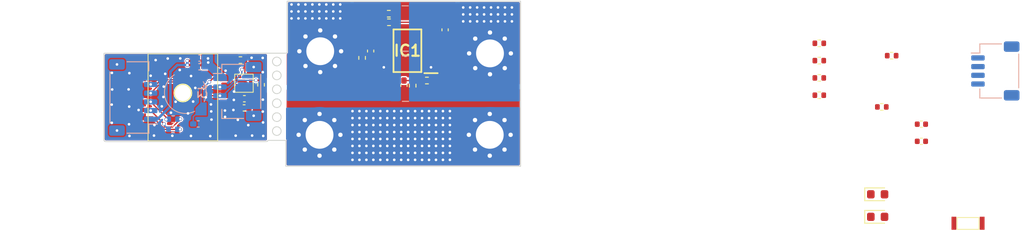
<source format=kicad_pcb>
(kicad_pcb (version 20240108) (generator "pcbnew") (generator_version "8.0")
  (layers (0 "F.Cu" signal) (31 "B.Cu" signal) (34 "B.Paste" user) (35 "F.Paste" user) (36 "B.SilkS" user "B.Silkscreen") (37 "F.SilkS" user "F.Silkscreen") (38 "B.Mask" user) (39 "F.Mask" user) (44 "Edge.Cuts" user))
  (net 0 "")
  (net 1 "GND")
  (net 2 "Net-(Tarvos1-MODE_1)")
  (net 3 "Net-(D1-A)")
  (net 4 "Net-(D2-A)")
  (net 5 "RX")
  (net 6 "TX")
  (net 7 "RX_GPS")
  (net 8 "TX_GPS")
  (net 9 "SCL_P")
  (net 10 "SDA_P")
  (net 12 "Net-(BT1-+)")
  (net 17 "Net-(Tarvos1-TX_IND)")
  (net 18 "Net-(Tarvos1-RX_IND)")
  (net 19 "Net-(Tarvos1-UTXD)")
  (net 20 "Net-(Tarvos1-URXD)")
  (net 21 "Net-(Tarvos1-BOOT)")
  (net 22 "VDD_IO")
  (net 23 "ADC1_IN2_CURR")
  (net 24 "+5V")
  (net 25 "ADC1_IN3_VBAT")
  (net 26 "VIN")
  (net 27 "Net-(IC1-A1)")
  (net 28 "Net-(IC1-OUT)")
  (net 29 "BAT+")
  (net 30 "Net-(IC1-A3)")
  (net 31 "Net-(PA1010D1-RX)")
  (net 32 "Net-(PA1010D1-TX)")
  (footprint "" (layer "F.Cu") (at 82.65 49.49)
    (property "Reference" "")
    (property "Value" "")
  )
  (footprint "Resistor_SMD:R_0402_1005Metric" (layer "F.Cu") (at 134.43 46.84)
    (property "Reference" "R3" (hide yes))
    (property "Value" "1000" (hide yes))
  )
  (footprint "Resistor_SMD:R_0402_1005Metric" (layer "F.Cu") (at 67.88 46.78)
    (property "Reference" "R8" (hide yes))
    (property "Value" "2.2k" (hide yes))
  )
  (footprint "Resistor_SMD:R_0402_1005Metric" (layer "F.Cu") (at 134.43 50.82)
    (property "Reference" "R5" (hide yes))
    (property "Value" "10k" (hide yes))
  )
  (footprint "TestPoint:TestPoint_Pad_1.0x1.0mm" (layer "F.Cu") (at 91.02 50.18)
    (property "Reference" "REF**" (hide yes))
    (property "Value" "TestPoint_Pad_1.0x1.0mm" (hide yes))
  )
  (footprint "Resistor_SMD:R_0402_1005Metric" (layer "F.Cu") (at 134.43 44.85)
    (property "Reference" "R2" (hide yes))
    (property "Value" "220" (hide yes))
  )
  (footprint "KXT3:SW_KXT3" (layer "F.Cu") (at 149.63 66.29)
    (property "Reference" "SW1" (hide yes))
    (property "Value" "SW_Push" (hide yes))
  )
  (footprint "Capacitor_SMD:C_0402_1005Metric" (layer "F.Cu") (at 146.17 56.12)
    (property "Reference" "C2" (hide yes))
    (property "Value" "100u" (hide yes))
  )
  (footprint "MountingHole:MountingHole_3.2mm_M3_Pad_Via" (layer "F.Cu") (at 77.052944 45.762944)
    (property "Reference" "H2" (hide yes))
    (property "Value" "MountingHole_Pad" (hide yes))
  )
  (footprint "PA1010D:PA1010D" (layer "F.Cu") (at 56.26 56.06)
    (property "Reference" "PA1010D1" (hide yes))
    (property "Value" "~" (hide yes))
  )
  (footprint "Capacitor_SMD:C_0402_1005Metric" (layer "F.Cu") (at 68.33 51.22)
    (property "Reference" "C5" (hide yes))
    (property "Value" "4.7u" (hide yes))
  )
  (footprint "" (layer "F.Cu") (at 84.06 49.48)
    (property "Reference" "")
    (property "Value" "")
  )
  (footprint "Resistor_SMD:R_0402_1005Metric" (layer "F.Cu") (at 141.618018 52.165)
    (property "Reference" "R6" (hide yes))
    (property "Value" "220" (hide yes))
  )
  (footprint "MountingHole:MountingHole_3.2mm_M3_Pad_Via" (layer "F.Cu") (at 96.57 46.01)
    (property "Reference" "H1" (hide yes))
    (property "Value" "MountingHole_Pad" (hide yes))
  )
  (footprint "Resistor_SMD:R_0402_1005Metric" (layer "F.Cu") (at 70.25 49.62 -90)
    (property "Reference" "R7" (hide yes))
    (property "Value" "2.2k" (hide yes))
  )
  (footprint "TSC102:SOIC127P600X175-8N" (layer "F.Cu") (at 87.0755 45.705 180)
    (property "Reference" "IC1")
    (property "Value" "TSC102IDT" (hide yes))
  )
  (footprint "Capacitor_SMD:C_0402_1005Metric_Pad0.74x0.62mm_HandSolder" (layer "F.Cu") (at 86.6775 49.7 90)
    (property "Reference" "C9" (hide yes))
    (property "Value" "100n" (hide yes))
  )
  (footprint "Resistor_SMD:R_0402_1005Metric" (layer "F.Cu") (at 134.43 48.83)
    (property "Reference" "R4" (hide yes))
    (property "Value" "1000" (hide yes))
  )
  (footprint "" (layer "F.Cu") (at 89.68 50.18)
    (property "Reference" "")
    (property "Value" "")
  )
  (footprint "MountingHole:MountingHole_3.2mm_M3_Pad_Via" (layer "F.Cu") (at 96.542944 55.372944)
    (property "Reference" "H3" (hide yes))
    (property "Value" "MountingHole_Pad" (hide yes))
  )
  (footprint "Resistor_SMD:R_0402_1005Metric_Pad0.72x0.64mm_HandSolder" (layer "F.Cu") (at 89.3175 49.13)
    (property "Reference" "R13" (hide yes))
    (property "Value" "20k" (hide yes))
  )
  (footprint "Resistor_SMD:R_0402_1005Metric_Pad0.72x0.64mm_HandSolder" (layer "F.Cu") (at 81.8675 46.5275 90)
    (property "Reference" "R12" (hide yes))
    (property "Value" "1k" (hide yes))
  )
  (footprint "WSEN-PADS:WSEN-PADS" (layer "F.Cu") (at 68.18 48.72 180)
    (property "Reference" "WSEN-PADS1" (hide yes))
    (property "Value" "~" (hide yes))
  )
  (footprint "Capacitor_SMD:C_0402_1005Metric" (layer "F.Cu") (at 68.3 52.28)
    (property "Reference" "C6" (hide yes))
    (property "Value" "100n" (hide yes))
  )
  (footprint "LED_SMD:LED_0603_1608Metric" (layer "F.Cu") (at 141.14 64.8)
    (property "Reference" "D2" (hide yes))
    (property "Value" "LED_Small" (hide yes))
  )
  (footprint "MountingHole:MountingHole_3.2mm_M3_Pad_Via" (layer "F.Cu") (at 76.972944 55.372944)
    (property "Reference" "H4" (hide yes))
    (property "Value" "MountingHole_Pad" (hide yes))
  )
  (footprint "Capacitor_SMD:C_0402_1005Metric_Pad0.74x0.62mm_HandSolder" (layer "F.Cu") (at 91.4075 43.3 90)
    (property "Reference" "C7" (hide yes))
    (property "Value" "10n" (hide yes))
  )
  (footprint "Resistor_SMD:R_0402_1005Metric" (layer "F.Cu") (at 142.75 46.27)
    (property "Reference" "R1" (hide yes))
    (property "Value" "220" (hide yes))
  )
  (footprint "Resistor_SMD:R_0402_1005Metric_Pad0.72x0.64mm_HandSolder" (layer "F.Cu") (at 84.9575 42.43 180)
    (property "Reference" "R9" (hide yes))
    (property "Value" "100R" (hide yes))
  )
  (footprint "Resistor_SMD:R_0402_1005Metric_Pad0.72x0.64mm_HandSolder" (layer "F.Cu") (at 84.9375 41.45 180)
    (property "Reference" "R11" (hide yes))
    (property "Value" "2k" (hide yes))
  )
  (footprint "Resistor_SMD:R_0402_1005Metric_Pad0.72x0.64mm_HandSolder" (layer "F.Cu") (at 87.6775 49.72 90)
    (property "Reference" "R14" (hide yes))
    (property "Value" "10k" (hide yes))
  )
  (footprint "Capacitor_SMD:C_0402_1005Metric" (layer "F.Cu") (at 146.17 54.15)
    (property "Reference" "C1" (hide yes))
    (property "Value" "10n" (hide yes))
  )
  (footprint "LED_SMD:LED_0603_1608Metric" (layer "F.Cu") (at 141.14 62.21)
    (property "Reference" "D1" (hide yes))
    (property "Value" "LED_Small" (hide yes))
  )
  (footprint "Capacitor_SMD:C_0402_1005Metric_Pad0.74x0.62mm_HandSolder" (layer "F.Cu") (at 82.8475 45.74 -90)
    (property "Reference" "C8" (hide yes))
    (property "Value" "1u" (hide yes))
  )
  (footprint "Resistor_SMD:R_0402_1005Metric" (layer "B.Cu") (at 60.14 53.57)
    (property "Reference" "R17" (hide yes))
    (property "Value" "1000" (hide yes))
  )
  (footprint "Resistor_SMD:R_1020_2550Metric_Pad1.33x5.20mm_HandSolder" (layer "B.Cu") (at 86.8175 43.15 180)
    (property "Reference" "R10" (hide yes))
    (property "Value" "10m" (hide yes))
  )
  (footprint "Capacitor_SMD:C_0402_1005Metric_Pad0.74x0.62mm_HandSolder" (layer "B.Cu") (at 63.02 54.12)
    (property "Reference" "C10" (hide yes))
    (property "Value" "1u" (hide yes))
  )
  (footprint "Resistor_SMD:R_0402_1005Metric" (layer "B.Cu") (at 60.12 54.74)
    (property "Reference" "R18" (hide yes))
    (property "Value" "1000" (hide yes))
  )
  (footprint "Capacitor_SMD:C_0402_1005Metric" (layer "B.Cu") (at 63.19 47.55 180)
    (property "Reference" "C4" (hide yes))
    (property "Value" "100u" (hide yes))
  )
  (footprint "Resistor_SMD:R_1020_2550Metric_Pad1.33x5.20mm_HandSolder" (layer "B.Cu") (at 86.8575 48.91 180)
    (property "Reference" "R15" (hide yes))
    (property "Value" "10m" (hide yes))
  )
  (footprint "Capacitor_SMD:C_0402_1005Metric" (layer "B.Cu") (at 63.19 46.55 180)
    (property "Reference" "C3" (hide yes))
    (property "Value" "100u" (hide yes))
  )
  (footprint "Connector_JST:JST_SH_SM04B-SRSS-TB_1x04-1MP_P1.00mm_Horizontal" (layer "B.Cu") (at 67.525 50.38 -90)
    (property "Reference" "J3")
    (property "Value" "Conn_01x04_Pin" (hide yes))
  )
  (footprint "Connector_JST:JST_SH_SM06B-SRSS-TB_1x06-1MP_P1.00mm_Horizontal" (layer "B.Cu") (at 55.56 51.08 90)
    (property "Reference" "J2" (hide yes))
    (property "Value" "Conn_01x06" (hide yes))
  )
  (footprint "MS414:MS421R-IV03E" (layer "B.Cu") (at 60.45 48.11)
    (property "Reference" "BT1" (hide yes))
    (property "Value" "ML414S" (hide yes))
  )
  (footprint "Connector_JST:JST_SH_SM04B-SRSS-TB_1x04-1MP_P1.00mm_Horizontal" (layer "B.Cu") (at 154.67 48.03 -90)
    (property "Reference" "J1" (hide yes))
    (property "Value" "Conn_01x04_Pin" (hide yes))
  )
  (gr_poly (pts (xy 73.25 40.01) (xy 100.09 40.01) (xy 100.09 58.99) (xy 73.11 58.99) (xy 73.09 58.97) (xy 73.09 56.02) (xy 73.1 56.01) (xy 71.07 56.01) (xy 70.93 56.15) (xy 52.31 56.15) (xy 52.19 56.03) (xy 52.19 46.02) (xy 52.22 45.99) (xy 73.16 45.99) (xy 73.25 45.9)) (stroke (width 0.1)) (fill none) (layer "Edge.Cuts"))
  (gr_circle (center 72.06 51.74) (end 72.56 51.74) (stroke (width 0.1)) (fill none) (layer "Edge.Cuts"))
  (gr_circle (center 72.06 53.34) (end 72.56 53.34) (stroke (width 0.1)) (fill none) (layer "Edge.Cuts"))
  (gr_circle (center 72.06 46.94) (end 72.56 46.94) (stroke (width 0.1)) (fill none) (layer "Edge.Cuts"))
  (gr_circle (center 72.06 48.54) (end 72.56 48.54) (stroke (width 0.1)) (fill none) (layer "Edge.Cuts"))
  (gr_circle (center 72.06 54.94) (end 72.56 54.94) (stroke (width 0.1)) (fill none) (layer "Edge.Cuts"))
  (gr_circle (center 72.06 50.14) (end 72.56 50.14) (stroke (width 0.1)) (fill none) (layer "Edge.Cuts"))
  (via (at 86.36 58.25) (size 0.4) (drill 0.3) (layers "F.Cu" "B.Cu") (net 1))
  (via (at 84.76 56.65) (size 0.4) (drill 0.3) (layers "F.Cu" "B.Cu") (net 1))
  (via (at 87.16 54.25) (size 0.4) (drill 0.3) (layers "F.Cu" "B.Cu") (net 1))
  (via (at 83.96 55.05) (size 0.4) (drill 0.3) (layers "F.Cu" "B.Cu") (net 1))
  (via (at 82.36 53.45) (size 0.4) (drill 0.3) (layers "F.Cu" "B.Cu") (net 1))
  (via (at 88.76 53.45) (size 0.4) (drill 0.3) (layers "F.Cu" "B.Cu") (net 1))
  (via (at 87.96 56.65) (size 0.4) (drill 0.3) (layers "F.Cu" "B.Cu") (net 1))
  (via (at 85.56 56.65) (size 0.4) (drill 0.3) (layers "F.Cu" "B.Cu") (net 1))
  (via (at 83.96 57.45) (size 0.4) (drill 0.3) (layers "F.Cu" "B.Cu") (net 1))
  (via (at 88.76 58.25) (size 0.4) (drill 0.3) (layers "F.Cu" "B.Cu") (net 1))
  (via (at 67.33 55.47) (size 0.4) (drill 0.3) (layers "F.Cu" "B.Cu") (net 1))
  (via (at 83.16 56.65) (size 0.4) (drill 0.3) (layers "F.Cu" "B.Cu") (net 1))
  (via (at 60.05 55.48) (size 0.4) (drill 0.3) (layers "F.Cu" "B.Cu") (net 1))
  (via (at 53.685 47.28) (size 0.4) (drill 0.3) (layers "F.Cu" "B.Cu") (net 1))
  (via (at 91.96 57.45) (size 0.4) (drill 0.3) (layers "F.Cu" "B.Cu") (net 1))
  (via (at 66.1 52.58) (size 0.4) (drill 0.3) (layers "F.Cu" "B.Cu") (net 1))
  (via (at 86.36 52.65) (size 0.4) (drill 0.3) (layers "F.Cu" "B.Cu") (net 1))
  (via (at 83.96 54.25) (size 0.4) (drill 0.3) (layers "F.Cu" "B.Cu") (net 1))
  (via (at 87.16 56.65) (size 0.4) (drill 0.3) (layers "F.Cu" "B.Cu") (net 1))
  (via (at 87.16 52.65) (size 0.4) (drill 0.3) (layers "F.Cu" "B.Cu") (net 1))
  (via (at 55.07 54.16) (size 0.4) (drill 0.3) (layers "F.Cu" "B.Cu") (net 1))
  (via (at 87.96 55.85) (size 0.4) (drill 0.3) (layers "F.Cu" "B.Cu") (net 1))
  (via (at 83.16 58.25) (size 0.4) (drill 0.3) (layers "F.Cu" "B.Cu") (net 1))
  (via (at 66.11 53.31) (size 0.4) (drill 0.3) (layers "F.Cu" "B.Cu") (net 1))
  (via (at 61.85 52.91) (size 0.4) (drill 0.3) (layers "F.Cu" "B.Cu") (net 1))
  (via (at 59.06 49.83) (size 0.4) (drill 0.3) (layers "F.Cu" "B.Cu") (net 1))
  (via (at 89.56 53.45) (size 0.4) (drill 0.3) (layers "F.Cu" "B.Cu") (net 1))
  (via (at 70.45 52.7) (size 0.4) (drill 0.3) (layers "F.Cu" "B.Cu") (net 1))
  (via (at 70.44 46.53) (size 0.4) (drill 0.3) (layers "F.Cu" "B.Cu") (net 1))
  (via (at 57.99 54.25) (size 0.4) (drill 0.3) (layers "F.Cu" "B.Cu") (net 1))
  (via (at 87.96 54.25) (size 0.4) (drill 0.3) (layers "F.Cu" "B.Cu") (net 1))
  (via (at 55.12 55.5) (size 0.4) (drill 0.3) (layers "F.Cu" "B.Cu") (net 1))
  (via (at 87.96 52.65) (size 0.4) (drill 0.3) (layers "F.Cu" "B.Cu") (net 1))
  (via (at 60.96 46.59) (size 0.4) (drill 0.3) (layers "F.Cu" "B.Cu") (net 1))
  (via (at 83.96 55.85) (size 0.4) (drill 0.3) (layers "F.Cu" "B.Cu") (net 1))
  (via (at 86.36 54.25) (size 0.4) (drill 0.3) (layers "F.Cu" "B.Cu") (net 1))
  (via (at 90.36 55.05) (size 0.4) (drill 0.3) (layers "F.Cu" "B.Cu") (net 1))
  (via (at 82.36 52.65) (size 0.4) (drill 0.3) (layers "F.Cu" "B.Cu") (net 1))
  (via (at 91.16 57.45) (size 0.4) (drill 0.3) (layers "F.Cu" "B.Cu") (net 1))
  (via (at 83.96 56.65) (size 0.4) (drill 0.3) (layers "F.Cu" "B.Cu") (net 1))
  (via (at 91.16 52.65) (size 0.4) (drill 0.3) (layers "F.Cu" "B.Cu") (net 1))
  (via (at 82.36 58.25) (size 0.4) (drill 0.3) (layers "F.Cu" "B.Cu") (net 1))
  (via (at 59.23 48.36) (size 0.4) (drill 0.3) (layers "F.Cu" "B.Cu") (net 1))
  (via (at 55.09 52.13) (size 0.4) (drill 0.3) (layers "F.Cu" "B.Cu") (net 1))
  (via (at 67.58 53.65) (size 0.4) (drill 0.3) (layers "F.Cu" "B.Cu") (net 1))
  (via (at 62.2 48.61) (size 0.4) (drill 0.3) (layers "F.Cu" "B.Cu") (net 1))
  (via (at 81.56 58.25) (size 0.4) (drill 0.3) (layers "F.Cu" "B.Cu") (net 1))
  (via (at 53.685 54.88) (size 0.4) (drill 0.3) (layers "F.Cu" "B.Cu") (net 1))
  (via (at 70.5 55.5) (size 0.4) (drill 0.3) (layers "F.Cu" "B.Cu") (net 1))
  (via (at 91.96 52.65) (size 0.4) (drill 0.3) (layers "F.Cu" "B.Cu") (net 1))
  (via (at 90.36 54.25) (size 0.4) (drill 0.3) (layers "F.Cu" "B.Cu") (net 1))
  (via (at 89.56 52.65) (size 0.4) (drill 0.3) (layers "F.Cu" "B.Cu") (net 1))
  (via (at 67.12 51.36) (size 0.4) (drill 0.3) (layers "F.Cu" "B.Cu") (net 1))
  (via (at 88.76 57.45) (size 0.4) (drill 0.3) (layers "F.Cu" "B.Cu") (net 1))
  (via (at 85.56 54.25) (size 0.4) (drill 0.3) (layers "F.Cu" "B.Cu") (net 1))
  (via (at 53.13 50.16) (size 0.4) (drill 0.3) (layers "F.Cu" "B.Cu") (net 1))
  (via (at 83.16 55.05) (size 0.4) (drill 0.3) (layers "F.Cu" "B.Cu") (net 1))
  (via (at 91.16 54.25) (size 0.4) (drill 0.3) (layers "F.Cu" "B.Cu") (net 1))
  (via (at 83.96 53.45) (size 0.4) (drill 0.3) (layers "F.Cu" "B.Cu") (net 1))
  (via (at 67.07 52.52) (size 0.4) (drill 0.3) (layers "F.Cu" "B.Cu") (net 1))
  (via (at 89.56 58.25) (size 0.4) (drill 0.3) (layers "F.Cu" "B.Cu") (net 1))
  (via (at 81.56 56.65) (size 0.4) (drill 0.3) (layers "F.Cu" "B.Cu") (net 1))
  (via (at 83.16 57.45) (size 0.4) (drill 0.3) (layers "F.Cu" "B.Cu") (net 1))
  (via (at 83.16 54.25) (size 0.4) (drill 0.3) (layers "F.Cu" "B.Cu") (net 1))
  (via (at 90.36 53.45) (size 0.4) (drill 0.3) (layers "F.Cu" "B.Cu") (net 1))
  (via (at 82.36 54.25) (size 0.4) (drill 0.3) (layers "F.Cu" "B.Cu") (net 1))
  (via (at 84.76 53.45) (size 0.4) (drill 0.3) (layers "F.Cu" "B.Cu") (net 1))
  (via (at 70.48 53.95) (size 0.4) (drill 0.3) (layers "F.Cu" "B.Cu") (net 1))
  (via (at 84.76 52.65) (size 0.4) (drill 0.3) (layers "F.Cu" "B.Cu") (net 1))
  (via (at 88.76 52.65) (size 0.4) (drill 0.3) (layers "F.Cu" "B.Cu") (net 1))
  (via (at 91.16 55.05) (size 0.4) (drill 0.3) (layers "F.Cu" "B.Cu") (net 1))
  (via (at 80.76 55.85) (size 0.4) (drill 0.3) (layers "F.Cu" "B.Cu") (net 1))
  (via (at 81.56 57.45) (size 0.4) (drill 0.3) (layers "F.Cu" "B.Cu") (net 1))
  (via (at 57.94 55.46) (size 0.4) (drill 0.3) (layers "F.Cu" "B.Cu") (net 1))
  (via (at 69.4 53.18) (size 0.4) (drill 0.3) (layers "F.Cu" "B.Cu") (net 1))
  (via (at 85.56 55.85) (size 0.4) (drill 0.3) (layers "F.Cu" "B.Cu") (net 1))
  (via (at 81.56 53.45) (size 0.4) (drill 0.3) (layers "F.Cu" "B.Cu") (net 1))
  (via (at 84.76 55.05) (size 0.4) (drill 0.3) (layers "F.Cu" "B.Cu") (net 1))
  (via (at 91.96 55.85) (size 0.4) (drill 0.3) (layers "F.Cu" "B.Cu") (net 1))
  (via (at 88.76 55.85) (size 0.4) (drill 0.3) (layers "F.Cu" "B.Cu") (net 1))
  (via (at 70.45 48.17) (size 0.4) (drill 0.3) (layers "F.Cu" "B.Cu") (net 1))
  (via (at 53.08 51.9) (size 0.4) (drill 0.3) (layers "F.Cu" "B.Cu") (net 1))
  (via (at 90.36 55.85) (size 0.4) (drill 0.3) (layers "F.Cu" "B.Cu") (net 1))
  (via (at 88.76 55.05) (size 0.4) (drill 0.3) (layers "F.Cu" "B.Cu") (net 1))
  (via (at 84.76 54.25) (size 0.4) (drill 0.3) (layers "F.Cu" "B.Cu") (net 1))
  (via (at 91.96 58.25) (size 0.4) (drill 0.3) (layers "F.Cu" "B.Cu") (net 1))
  (via (at 59.89 52.83) (size 0.4) (drill 0.3) (layers "F.Cu" "B.Cu") (net 1))
  (via (at 64.41 55.52) (size 0.4) (drill 0.3) (layers "F.Cu" "B.Cu") (net 1))
  (via (at 69.4 47.58) (size 0.4) (drill 0.3) (layers "F.Cu" "B.Cu") (net 1))
  (via (at 89.56 55.05) (size 0.4) (drill 0.3) (layers "F.Cu" "B.Cu") (net 1))
  (via (at 70.46 51.33) (size 0.4) (drill 0.3) (layers "F.Cu" "B.Cu") (net 1))
  (via (at 81.56 52.65) (size 0.4) (drill 0.3) (layers "F.Cu" "B.Cu") (net 1))
  (via (at 82.36 55.85) (size 0.4) (drill 0.3) (layers "F.Cu" "B.Cu") (net 1))
  (via (at 87.96 57.45) (size 0.4) (drill 0.3) (layers "F.Cu" "B.Cu") (net 1))
  (via (at 84.76 57.45) (size 0.4) (drill 0.3) (layers "F.Cu" "B.Cu") (net 1))
  (via (at 86.36 57.45) (size 0.4) (drill 0.3) (layers "F.Cu" "B.Cu") (net 1))
  (via (at 90.36 52.65) (size 0.4) (drill 0.3) (layers "F.Cu" "B.Cu") (net 1))
  (via (at 91.96 53.45) (size 0.4) (drill 0.3) (layers "F.Cu" "B.Cu") (net 1))
  (via (at 62.44 51.55) (size 0.4) (drill 0.3) (layers "F.Cu" "B.Cu") (net 1))
  (via (at 55.02 50.15) (size 0.4) (drill 0.3) (layers "F.Cu" "B.Cu") (net 1))
  (via (at 90.36 57.45) (size 0.4) (drill 0.3) (layers "F.Cu" "B.Cu") (net 1))
  (via (at 62.69 49.98) (size 0.4) (drill 0.3) (layers "F.Cu" "B.Cu") (net 1))
  (via (at 60.43 51.57) (size 0.4) (drill 0.3) (layers "F.Cu" "B.Cu") (net 1))
  (via (at 87.96 55.05) (size 0.4) (drill 0.3) (layers "F.Cu" "B.Cu") (net 1))
  (via (at 56.17 52.52) (size 0.4) (drill 0.3) (layers "F.Cu" "B.Cu") (net 1))
  (via (at 57.56 48.58) (size 0.4) (drill 0.3) (layers "F.Cu" "B.Cu") (net 1))
  (via (at 87.16 57.45) (size 0.4) (drill 0.3) (layers "F.Cu" "B.Cu") (net 1))
  (via (at 86.36 55.85) (size 0.4) (drill 0.3) (layers "F.Cu" "B.Cu") (net 1))
  (via (at 80.76 53.45) (size 0.4) (drill 0.3) (layers "F.Cu" "B.Cu") (net 1))
  (via (at 85.56 57.45) (size 0.4) (drill 0.3) (layers "F.Cu" "B.Cu") (net 1))
  (via (at 87.96 53.45) (size 0.4) (drill 0.3) (layers "F.Cu" "B.Cu") (net 1))
  (via (at 69.16 46.51) (size 0.4) (drill 0.3) (layers "F.Cu" "B.Cu") (net 1))
  (via (at 80.76 57.45) (size 0.4) (drill 0.3) (layers "F.Cu" "B.Cu") (net 1))
  (via (at 63.9 51.06) (size 0.4) (drill 0.3) (layers "F.Cu" "B.Cu") (net 1))
  (via (at 64.52 52.68) (size 0.4) (drill 0.3) (layers "F.Cu" "B.Cu") (net 1))
  (via (at 85.56 55.05) (size 0.4) (drill 0.3) (layers "F.Cu" "B.Cu") (net 1))
  (via (at 89.56 54.25) (size 0.4) (drill 0.3) (layers "F.Cu" "B.Cu") (net 1))
  (via (at 87.96 58.25) (size 0.4) (drill 0.3) (layers "F.Cu" "B.Cu") (net 1))
  (via (at 83.16 53.45) (size 0.4) (drill 0.3) (layers "F.Cu" "B.Cu") (net 1))
  (via (at 87.16 55.05) (size 0.4) (drill 0.3) (layers "F.Cu" "B.Cu") (net 1))
  (via (at 82.36 56.65) (size 0.4) (drill 0.3) (layers "F.Cu" "B.Cu") (net 1))
  (via (at 89.56 57.45) (size 0.4) (drill 0.3) (layers "F.Cu" "B.Cu") (net 1))
  (via (at 81.56 55.05) (size 0.4) (drill 0.3) (layers "F.Cu" "B.Cu") (net 1))
  (via (at 87.16 53.45) (size 0.4) (drill 0.3) (layers "F.Cu" "B.Cu") (net 1))
  (via (at 91.16 58.25) (size 0.4) (drill 0.3) (layers "F.Cu" "B.Cu") (net 1))
  (via (at 81.56 55.85) (size 0.4) (drill 0.3) (layers "F.Cu" "B.Cu") (net 1))
  (via (at 84.76 55.85) (size 0.4) (drill 0.3) (layers "F.Cu" "B.Cu") (net 1))
  (via (at 82.36 57.45) (size 0.4) (drill 0.3) (layers "F.Cu" "B.Cu") (net 1))
  (via (at 80.76 58.25) (size 0.4) (drill 0.3) (layers "F.Cu" "B.Cu") (net 1))
  (via (at 68.78 54.26) (size 0.4) (drill 0.3) (layers "F.Cu" "B.Cu") (net 1))
  (via (at 83.16 52.65) (size 0.4) (drill 0.3) (layers "F.Cu" "B.Cu") (net 1))
  (via (at 80.76 56.65) (size 0.4) (drill 0.3) (layers "F.Cu" "B.Cu") (net 1))
  (via (at 59.52 46.6) (size 0.4) (drill 0.3) (layers "F.Cu" "B.Cu") (net 1))
  (via (at 91.96 56.65) (size 0.4) (drill 0.3) (layers "F.Cu" "B.Cu") (net 1))
  (via (at 80.76 54.25) (size 0.4) (drill 0.3) (layers "F.Cu" "B.Cu") (net 1))
  (via (at 81.56 54.25) (size 0.4) (drill 0.3) (layers "F.Cu" "B.Cu") (net 1))
  (via (at 91.96 55.05) (size 0.4) (drill 0.3) (layers "F.Cu" "B.Cu") (net 1))
  (via (at 67.14 50.4) (size 0.4) (drill 0.3) (layers "F.Cu" "B.Cu") (net 1))
  (via (at 80.76 52.65) (size 0.4) (drill 0.3) (layers "F.Cu" "B.Cu") (net 1))
  (via (at 58.84 52.1) (size 0.4) (drill 0.3) (layers "F.Cu" "B.Cu") (net 1))
  (via (at 83.96 52.65) (size 0.4) (drill 0.3) (layers "F.Cu" "B.Cu") (net 1))
  (via (at 88.76 54.25) (size 0.4) (drill 0.3) (layers "F.Cu" "B.Cu") (net 1))
  (via (at 84.76 58.25) (size 0.4) (drill 0.3) (layers "F.Cu" "B.Cu") (net 1))
  (via (at 87.16 58.25) (size 0.4) (drill 0.3) (layers "F.Cu" "B.Cu") (net 1))
  (via (at 66.17 48) (size 0.4) (drill 0.3) (layers "F.Cu" "B.Cu") (net 1))
  (via (at 69.22 55.46) (size 0.4) (drill 0.3) (layers "F.Cu" "B.Cu") (net 1))
  (via (at 59.02 51.02) (size 0.4) (drill 0.3) (layers "F.Cu" "B.Cu") (net 1))
  (via (at 85.56 58.25) (size 0.4) (drill 0.3) (layers "F.Cu" "B.Cu") (net 1))
  (via (at 85.56 53.45) (size 0.4) (drill 0.3) (layers "F.Cu" "B.Cu") (net 1))
  (via (at 53.09 53.99) (size 0.4) (drill 0.3) (layers "F.Cu" "B.Cu") (net 1))
  (via (at 91.96 54.25) (size 0.4) (drill 0.3) (layers "F.Cu" "B.Cu") (net 1))
  (via (at 53.1 48.25) (size 0.4) (drill 0.3) (layers "F.Cu" "B.Cu") (net 1))
  (via (at 83.16 55.85) (size 0.4) (drill 0.3) (layers "F.Cu" "B.Cu") (net 1))
  (via (at 87.16 55.85) (size 0.4) (drill 0.3) (layers "F.Cu" "B.Cu") (net 1))
  (via (at 86.36 56.65) (size 0.4) (drill 0.3) (layers "F.Cu" "B.Cu") (net 1))
  (via (at 89.56 55.85) (size 0.4) (drill 0.3) (layers "F.Cu" "B.Cu") (net 1))
  (via (at 88.76 56.65) (size 0.4) (drill 0.3) (layers "F.Cu" "B.Cu") (net 1))
  (via (at 86.36 55.05) (size 0.4) (drill 0.3) (layers "F.Cu" "B.Cu") (net 1))
  (via (at 91.16 56.65) (size 0.4) (drill 0.3) (layers "F.Cu" "B.Cu") (net 1))
  (via (at 64.49 51.88) (size 0.4) (drill 0.3) (layers "F.Cu" "B.Cu") (net 1))
  (via (at 90.36 58.25) (size 0.4) (drill 0.3) (layers "F.Cu" "B.Cu") (net 1))
  (via (at 86.36 53.45) (size 0.4) (drill 0.3) (layers "F.Cu" "B.Cu") (net 1))
  (via (at 64.55 53.62) (size 0.4) (drill 0.3) (layers "F.Cu" "B.Cu") (net 1))
  (via (at 55.11 48.28) (size 0.4) (drill 0.3) (layers "F.Cu" "B.Cu") (net 1))
  (via (at 80.76 55.05) (size 0.4) (drill 0.3) (layers "F.Cu" "B.Cu") (net 1))
  (via (at 85.56 52.65) (size 0.4) (drill 0.3) (layers "F.Cu" "B.Cu") (net 1))
  (via (at 82.36 55.05) (size 0.4) (drill 0.3) (layers "F.Cu" "B.Cu") (net 1))
  (via (at 91.16 53.45) (size 0.4) (drill 0.3) (layers "F.Cu" "B.Cu") (net 1))
  (via (at 90.36 56.65) (size 0.4) (drill 0.3) (layers "F.Cu" "B.Cu") (net 1))
  (via (at 62.19 55.5) (size 0.4) (drill 0.3) (layers "F.Cu" "B.Cu") (net 1))
  (via (at 91.16 55.85) (size 0.4) (drill 0.3) (layers "F.Cu" "B.Cu") (net 1))
  (via (at 58.13 46.78) (size 0.4) (drill 0.3) (layers "F.Cu" "B.Cu") (net 1))
  (via (at 83.96 58.25) (size 0.4) (drill 0.3) (layers "F.Cu" "B.Cu") (net 1))
  (via (at 89.56 56.65) (size 0.4) (drill 0.3) (layers "F.Cu" "B.Cu") (net 1))
  (via (at 60.9 47.92) (size 0.4) (drill 0.3) (layers "F.Cu" "B.Cu") (net 1))
  (segment (start 59.085 54.105) (end 57.56 52.58) (width 0.15) (layer "F.Cu") (net 7))
  (via (at 59.085 54.105) (size 0.4) (drill 0.3) (layers "F.Cu" "B.Cu") (net 7))
  (via (at 57.56 52.58) (size 0.4) (drill 0.3) (layers "F.Cu" "B.Cu") (net 7))
  (segment (start 59.085 54.105) (end 59.085 54.215) (width 0.15) (layer "B.Cu") (net 7))
  (segment (start 59.085 54.215) (end 59.61 54.74) (width 0.15) (layer "B.Cu") (net 7))
  (segment (start 57.56 51.58) (end 59.34 53.36) (width 0.15) (layer "F.Cu") (net 8))
  (segment (start 59.34 53.36) (end 59.34 53.61) (width 0.15) (layer "F.Cu") (net 8))
  (via (at 59.34 53.61) (size 0.4) (drill 0.3) (layers "F.Cu" "B.Cu") (net 8))
  (via (at 57.56 51.58) (size 0.4) (drill 0.3) (layers "F.Cu" "B.Cu") (net 8))
  (segment (start 63.006446 49.29) (end 58.85 49.29) (width 0.15) (layer "F.Cu") (net 9))
  (segment (start 64.596446 50.88) (end 63.006446 49.29) (width 0.15) (layer "F.Cu") (net 9))
  (segment (start 58.85 49.29) (end 57.56 50.58) (width 0.15) (layer "F.Cu") (net 9))
  (segment (start 69.12 49.11) (end 69.05 49.18) (width 0.15) (layer "F.Cu") (net 9))
  (segment (start 65.525 50.88) (end 64.596446 50.88) (width 0.15) (layer "F.Cu") (net 9))
  (segment (start 69.66 49.11) (end 69.12 49.11) (width 0.15) (layer "F.Cu") (net 9))
  (segment (start 70.25 49.11) (end 69.66 49.11) (width 0.15) (layer "F.Cu") (net 9))
  (via (at 65.525 50.88) (size 0.4) (drill 0.3) (layers "F.Cu" "B.Cu") (net 9))
  (via (at 57.56 50.58) (size 0.4) (drill 0.3) (layers "F.Cu" "B.Cu") (net 9))
  (via (at 69.66 49.11) (size 0.4) (drill 0.3) (layers "F.Cu" "B.Cu") (net 9))
  (segment (start 65.84 50.88) (end 67.61 49.11) (width 0.15) (layer "B.Cu") (net 9))
  (segment (start 67.61 49.11) (end 69.66 49.11) (width 0.15) (layer "B.Cu") (net 9))
  (segment (start 65.525 50.88) (end 65.84 50.88) (width 0.15) (layer "B.Cu") (net 9))
  (segment (start 63.11 49.04) (end 58.746446 49.04) (width 0.15) (layer "F.Cu") (net 10))
  (segment (start 68.39 48.56) (end 68.28 48.67) (width 0.15) (layer "F.Cu") (net 10))
  (segment (start 68.04 47.87) (end 68.06 47.87) (width 0.15) (layer "F.Cu") (net 10))
  (segment (start 68.39 46.78) (end 68.39 47.54) (width 0.15) (layer "F.Cu") (net 10))
  (segment (start 63.95 49.88) (end 63.11 49.04) (width 0.15) (layer "F.Cu") (net 10))
  (segment (start 58.206446 49.58) (end 57.56 49.58) (width 0.15) (layer "F.Cu") (net 10))
  (segment (start 58.746446 49.04) (end 58.206446 49.58) (width 0.15) (layer "F.Cu") (net 10))
  (segment (start 68.39 47.54) (end 68.39 48.56) (width 0.15) (layer "F.Cu") (net 10))
  (segment (start 65.525 49.88) (end 63.95 49.88) (width 0.15) (layer "F.Cu") (net 10))
  (segment (start 68.06 47.87) (end 68.39 47.54) (width 0.15) (layer "F.Cu") (net 10))
  (via (at 68.04 47.87) (size 0.4) (drill 0.3) (layers "F.Cu" "B.Cu") (net 10))
  (via (at 65.525 49.88) (size 0.4) (drill 0.3) (layers "F.Cu" "B.Cu") (net 10))
  (via (at 57.56 49.58) (size 0.4) (drill 0.3) (layers "F.Cu" "B.Cu") (net 10))
  (segment (start 66.486446 49.88) (end 65.525 49.88) (width 0.15) (layer "B.Cu") (net 10))
  (segment (start 67.52 48.86) (end 67.506446 48.86) (width 0.15) (layer "B.Cu") (net 10))
  (segment (start 67.506446 48.86) (end 66.486446 49.88) (width 0.15) (layer "B.Cu") (net 10))
  (segment (start 68.04 48.34) (end 67.52 48.86) (width 0.15) (layer "B.Cu") (net 10))
  (segment (start 68.04 47.87) (end 68.04 48.34) (width 0.15) (layer "B.Cu") (net 10))
  (segment (start 66.11 48.81) (end 64.79 48.81) (width 0.15) (layer "F.Cu") (net 12))
  (segment (start 64.79 48.81) (end 64.31 49.29) (width 0.15) (layer "F.Cu") (net 12))
  (via (at 64.31 49.29) (size 0.4) (drill 0.3) (layers "F.Cu" "B.Cu") (net 12))
  (segment (start 62.4525 54.12) (end 62.4525 53.2975) (width 0.15) (layer "B.Cu") (net 12))
  (segment (start 64.31 49.29) (end 63.35 50.25) (width 0.15) (layer "B.Cu") (net 12))
  (segment (start 62.4525 53.2975) (end 63.35 52.4) (width 0.15) (layer "B.Cu") (net 12))
  (segment (start 63.35 50.25) (end 63.35 52.4) (width 0.15) (layer "B.Cu") (net 12))
  (segment (start 61.78 47.35) (end 63.88 47.35) (width 0.3) (layer "F.Cu") (net 22))
  (segment (start 63.87 46.87) (end 64.15 46.59) (width 0.3) (layer "F.Cu") (net 22))
  (segment (start 61.77 46.87) (end 63.87 46.87) (width 0.3) (layer "F.Cu") (net 22))
  (segment (start 67.355 49.035) (end 67.51 49.19) (width 0.3) (layer "F.Cu") (net 22))
  (segment (start 67.355 48.455) (end 67.355 49.035) (width 0.3) (layer "F.Cu") (net 22))
  (segment (start 67.51 49.19) (end 68.343946 49.19) (width 0.3) (layer "F.Cu") (net 22))
  (segment (start 68.843946 49.69) (end 69.05 49.69) (width 0.3) (layer "F.Cu") (net 22))
  (segment (start 68.343946 49.19) (end 68.843946 49.69) (width 0.3) (layer "F.Cu") (net 22))
  (segment (start 63.88 47.35) (end 64.17 47.06) (width 0.3) (layer "F.Cu") (net 22))
  (segment (start 66.11 47.21) (end 67.355 48.455) (width 0.3) (layer "F.Cu") (net 22))
  (via (at 64.17 47.06) (size 0.4) (drill 0.3) (layers "F.Cu" "B.Cu") (net 22))
  (via (at 61.77 46.87) (size 0.4) (drill 0.3) (layers "F.Cu" "B.Cu") (net 22))
  (via (at 61.78 47.35) (size 0.4) (drill 0.3) (layers "F.Cu" "B.Cu") (net 22))
  (via (at 64.15 46.59) (size 0.4) (drill 0.3) (layers "F.Cu" "B.Cu") (net 22))
  (segment (start 58.334999 53.58) (end 59.83 52.084999) (width 0.3) (layer "B.Cu") (net 22))
  (segment (start 57.56 53.58) (end 58.334999 53.58) (width 0.3) (layer "B.Cu") (net 22))
  (segment (start 61.77 46.87) (end 61.77 47.34) (width 0.3) (layer "B.Cu") (net 22))
  (segment (start 59.83 52.084999) (end 59.83 48.13) (width 0.3) (layer "B.Cu") (net 22))
  (segment (start 60.61 47.35) (end 61.78 47.35) (width 0.3) (layer "B.Cu") (net 22))
  (segment (start 61.77 47.34) (end 61.78 47.35) (width 0.3) (layer "B.Cu") (net 22))
  (segment (start 59.83 48.13) (end 60.61 47.35) (width 0.3) (layer "B.Cu") (net 22))
  (segment (start 90.725 49.885) (end 90.725 43.415) (width 0.15) (layer "F.Cu") (net 23))
  (segment (start 85.555 42.43) (end 91.105 42.43) (width 0.15) (layer "F.Cu") (net 23))
  (segment (start 91.105 42.43) (end 91.4075 42.7325) (width 0.15) (layer "F.Cu") (net 23))
  (segment (start 90.725 43.415) (end 91.4075 42.7325) (width 0.15) (layer "F.Cu") (net 23))
  (segment (start 91.02 50.18) (end 90.725 49.885) (width 0.15) (layer "F.Cu") (net 23))
  (segment (start 81.36 45.601804) (end 81.36 48.2) (width 0.15) (layer "F.Cu") (net 24))
  (segment (start 82.8475 45.1725) (end 81.789304 45.1725) (width 0.15) (layer "F.Cu") (net 24))
  (segment (start 81.36 48.2) (end 82.65 49.49) (width 0.15) (layer "F.Cu") (net 24))
  (segment (start 84.3635 45.07) (end 82.95 45.07) (width 0.15) (layer "F.Cu") (net 24))
  (segment (start 82.95 45.07) (end 82.8475 45.1725) (width 0.15) (layer "F.Cu") (net 24))
  (segment (start 81.789304 45.1725) (end 81.36 45.601804) (width 0.15) (layer "F.Cu") (net 24))
  (segment (start 86.6775 49.1325) (end 88.7175 49.1325) (width 0.15) (layer "F.Cu") (net 25))
  (segment (start 89.215 49.715) (end 89.68 50.18) (width 0.15) (layer "F.Cu") (net 25))
  (segment (start 88.72 49.13) (end 89.215 49.625) (width 0.15) (layer "F.Cu") (net 25))
  (segment (start 89.215 49.625) (end 89.215 49.715) (width 0.15) (layer "F.Cu") (net 25))
  (segment (start 88.7175 49.1325) (end 88.72 49.13) (width 0.15) (layer "F.Cu") (net 25))
  (segment (start 89.7875 47.61) (end 89.7875 49.0025) (width 0.15) (layer "F.Cu") (net 26))
  (segment (start 89.7875 49.0025) (end 89.915 49.13) (width 0.15) (layer "F.Cu") (net 26))
  (via (at 95.89 41.53) (size 0.4) (drill 0.3) (layers "F.Cu" "B.Cu") (net 26))
  (via (at 93.49 42.33) (size 0.4) (drill 0.3) (layers "F.Cu" "B.Cu") (net 26))
  (via (at 97.49 41.53) (size 0.4) (drill 0.3) (layers "F.Cu" "B.Cu") (net 26))
  (via (at 95.09 41.53) (size 0.4) (drill 0.3) (layers "F.Cu" "B.Cu") (net 26))
  (via (at 89.7875 47.61) (size 0.4) (drill 0.3) (layers "F.Cu" "B.Cu") (net 26))
  (via (at 99.09 41.53) (size 0.4) (drill 0.3) (layers "F.Cu" "B.Cu") (net 26))
  (via (at 99.09 40.73) (size 0.4) (drill 0.3) (layers "F.Cu" "B.Cu") (net 26))
  (via (at 94.29 40.73) (size 0.4) (drill 0.3) (layers "F.Cu" "B.Cu") (net 26))
  (via (at 96.69 41.53) (size 0.4) (drill 0.3) (layers "F.Cu" "B.Cu") (net 26))
  (via (at 95.89 42.33) (size 0.4) (drill 0.3) (layers "F.Cu" "B.Cu") (net 26))
  (via (at 95.89 40.73) (size 0.4) (drill 0.3) (layers "F.Cu" "B.Cu") (net 26))
  (via (at 94.29 42.33) (size 0.4) (drill 0.3) (layers "F.Cu" "B.Cu") (net 26))
  (via (at 93.49 41.53) (size 0.4) (drill 0.3) (layers "F.Cu" "B.Cu") (net 26))
  (via (at 99.09 42.33) (size 0.4) (drill 0.3) (layers "F.Cu" "B.Cu") (net 26))
  (via (at 98.29 42.33) (size 0.4) (drill 0.3) (layers "F.Cu" "B.Cu") (net 26))
  (via (at 97.49 42.33) (size 0.4) (drill 0.3) (layers "F.Cu" "B.Cu") (net 26))
  (via (at 97.49 40.73) (size 0.4) (drill 0.3) (layers "F.Cu" "B.Cu") (net 26))
  (via (at 98.29 40.73) (size 0.4) (drill 0.3) (layers "F.Cu" "B.Cu") (net 26))
  (via (at 95.09 40.73) (size 0.4) (drill 0.3) (layers "F.Cu" "B.Cu") (net 26))
  (via (at 93.49 40.73) (size 0.4) (drill 0.3) (layers "F.Cu" "B.Cu") (net 26))
  (via (at 96.69 42.33) (size 0.4) (drill 0.3) (layers "F.Cu" "B.Cu") (net 26))
  (via (at 95.09 42.33) (size 0.4) (drill 0.3) (layers "F.Cu" "B.Cu") (net 26))
  (via (at 98.29 41.53) (size 0.4) (drill 0.3) (layers "F.Cu" "B.Cu") (net 26))
  (via (at 94.29 41.53) (size 0.4) (drill 0.3) (layers "F.Cu" "B.Cu") (net 26))
  (via (at 96.69 40.73) (size 0.4) (drill 0.3) (layers "F.Cu" "B.Cu") (net 26))
  (segment (start 89.7875 43.8) (end 89.7875 45.07) (width 0.15) (layer "F.Cu") (net 27))
  (segment (start 84.34 43.7765) (end 84.3635 43.8) (width 0.15) (layer "F.Cu") (net 28))
  (segment (start 84.34 41.45) (end 84.34 43.7765) (width 0.15) (layer "F.Cu") (net 28))
  (via (at 74.55 40.39) (size 0.4) (drill 0.3) (layers "F.Cu" "B.Cu") (net 29))
  (via (at 75.35 41.99) (size 0.4) (drill 0.3) (layers "F.Cu" "B.Cu") (net 29))
  (via (at 75.35 41.19) (size 0.4) (drill 0.3) (layers "F.Cu" "B.Cu") (net 29))
  (via (at 76.95 41.19) (size 0.4) (drill 0.3) (layers "F.Cu" "B.Cu") (net 29))
  (via (at 84.3635 47.61) (size 0.4) (drill 0.3) (layers "F.Cu" "B.Cu") (net 29))
  (via (at 78.55 41.19) (size 0.4) (drill 0.3) (layers "F.Cu" "B.Cu") (net 29))
  (via (at 77.75 41.99) (size 0.4) (drill 0.3) (layers "F.Cu" "B.Cu") (net 29))
  (via (at 76.15 40.39) (size 0.4) (drill 0.3) (layers "F.Cu" "B.Cu") (net 29))
  (via (at 79.35 41.19) (size 0.4) (drill 0.3) (layers "F.Cu" "B.Cu") (net 29))
  (via (at 78.55 41.99) (size 0.4) (drill 0.3) (layers "F.Cu" "B.Cu") (net 29))
  (via (at 74.55 41.19) (size 0.4) (drill 0.3) (layers "F.Cu" "B.Cu") (net 29))
  (via (at 76.15 41.99) (size 0.4) (drill 0.3) (layers "F.Cu" "B.Cu") (net 29))
  (via (at 77.75 41.19) (size 0.4) (drill 0.3) (layers "F.Cu" "B.Cu") (net 29))
  (via (at 76.95 41.99) (size 0.4) (drill 0.3) (layers "F.Cu" "B.Cu") (net 29))
  (via (at 73.75 41.19) (size 0.4) (drill 0.3) (layers "F.Cu" "B.Cu") (net 29))
  (via (at 76.15 41.19) (size 0.4) (drill 0.3) (layers "F.Cu" "B.Cu") (net 29))
  (via (at 77.75 40.39) (size 0.4) (drill 0.3) (layers "F.Cu" "B.Cu") (net 29))
  (via (at 78.55 40.39) (size 0.4) (drill 0.3) (layers "F.Cu" "B.Cu") (net 29))
  (via (at 74.55 41.99) (size 0.4) (drill 0.3) (layers "F.Cu" "B.Cu") (net 29))
  (via (at 79.35 40.39) (size 0.4) (drill 0.3) (layers "F.Cu" "B.Cu") (net 29))
  (via (at 73.75 40.39) (size 0.4) (drill 0.3) (layers "F.Cu" "B.Cu") (net 29))
  (via (at 76.95 40.39) (size 0.4) (drill 0.3) (layers "F.Cu" "B.Cu") (net 29))
  (via (at 75.35 40.39) (size 0.4) (drill 0.3) (layers "F.Cu" "B.Cu") (net 29))
  (via (at 73.75 41.99) (size 0.4) (drill 0.3) (layers "F.Cu" "B.Cu") (net 29))
  (via (at 79.35 41.99) (size 0.4) (drill 0.3) (layers "F.Cu" "B.Cu") (net 29))
  (segment (start 84.801 46.34) (end 84.3635 46.34) (width 0.15) (layer "F.Cu") (net 30))
  (segment (start 85.0225 43.0215) (end 85.35 43.349) (width 0.15) (layer "F.Cu") (net 30))
  (segment (start 85.0225 41.9625) (end 85.0225 43.0215) (width 0.15) (layer "F.Cu") (net 30))
  (segment (start 85.35 45.791) (end 84.801 46.34) (width 0.15) (layer "F.Cu") (net 30))
  (segment (start 82.0325 45.765) (end 83.7885 45.765) (width 0.15) (layer "F.Cu") (net 30))
  (segment (start 85.535 41.45) (end 85.0225 41.9625) (width 0.15) (layer "F.Cu") (net 30))
  (segment (start 83.7885 45.765) (end 84.3635 46.34) (width 0.15) (layer "F.Cu") (net 30))
  (segment (start 85.35 43.349) (end 85.35 45.791) (width 0.15) (layer "F.Cu") (net 30))
  (segment (start 81.8675 45.93) (end 82.0325 45.765) (width 0.15) (layer "F.Cu") (net 30))
  (segment (start 56.41 54.91) (end 56.57 54.75) (width 0.15) (layer "F.Cu") (net 31))
  (segment (start 56.57 54.75) (end 60.95 54.75) (width 0.15) (layer "F.Cu") (net 31))
  (via (at 60.95 54.75) (size 0.4) (drill 0.3) (layers "F.Cu" "B.Cu") (net 31))
  (segment (start 57.77 53.31) (end 56.41 53.31) (width 0.15) (layer "F.Cu") (net 32))
  (segment (start 57.89 53.440331) (end 57.89 53.43) (width 0.15) (layer "F.Cu") (net 32))
  (segment (start 60.07 54.48) (end 58.929669 54.48) (width 0.15) (layer "F.Cu") (net 32))
  (segment (start 58.929669 54.48) (end 57.89 53.440331) (width 0.15) (layer "F.Cu") (net 32))
  (segment (start 60.98 53.57) (end 60.07 54.48) (width 0.15) (layer "F.Cu") (net 32))
  (segment (start 57.89 53.43) (end 57.77 53.31) (width 0.15) (layer "F.Cu") (net 32))
  (via (at 60.98 53.57) (size 0.4) (drill 0.3) (layers "F.Cu" "B.Cu") (net 32))
  (zone (net 0) (net_name "") (layer "F.Cu") (connect_pads yes (clearance 0)) (min_thickness 0.25)
    (keepout (tracks not_allowed) (vias not_allowed) (pads not_allowed) (copperpour not_allowed) (footprints allowed))
    (fill (thermal_gap 0.5) (thermal_bridge_width 0.5))
    (polygon (pts (xy 93.04 49.62) (xy 100.09 49.62) (xy 100.09 50.04) (xy 100.08 50.05) (xy 92.71 50.05) (xy 92.65 49.99) (xy 92.65 40.02) (xy 93.03 40.02) (xy 93.04 40.03)))
  )
  (zone (net 22) (net_name "VDD_IO") (layer "F.Cu") (priority 2) (connect_pads yes (clearance 0.15)) (min_thickness 0.25) (fill yes (thermal_gap 0.5) (thermal_bridge_width 0.5))
    (polygon (pts (xy 67.65 47.04) (xy 67.08 47.61) (xy 64.36 47.61) (xy 64.13 47.84) (xy 63.37 47.84) (xy 63.36 47.83) (xy 63.36 45.97) (xy 67.54 45.97) (xy 67.65 46.08) (xy 67.65 46.53)))
  )
  (zone (net 22) (net_name "VDD_IO") (layer "F.Cu") (priority 1) (connect_pads yes (clearance 0.15)) (min_thickness 0.25) (fill yes (thermal_gap 0.5) (thermal_bridge_width 0.5))
    (polygon (pts (xy 69.68 49.52) (xy 70.01 49.85) (xy 70.59 49.85) (xy 70.59 50.41) (xy 69.3 51.7) (xy 69.26 51.7) (xy 69.16 51.8) (xy 69.16 52.58) (xy 69.14 52.6) (xy 68.48 52.6) (xy 68.48 50.89) (xy 68.61 50.76) (xy 68.61 50.01) (xy 68.62 50) (xy 68.83 50) (xy 68.88 49.95) (xy 68.88 49.52)))
  )
  (zone (net 29) (net_name "BAT+") (layer "F.Cu") (priority 8) (connect_pads yes (clearance 0)) (min_thickness 0.25) (fill yes (thermal_gap 0.5) (thermal_bridge_width 0.5))
    (polygon (pts (xy 80.59 49.71) (xy 73.2 49.71) (xy 73.2 40.11) (xy 73.3 40.01) (xy 80.59 40.01)))
  )
  (zone (net 26) (net_name "VIN") (layer "F.Cu") (priority 9) (connect_pads yes (clearance 0)) (min_thickness 0.25) (fill yes (thermal_gap 0.5) (thermal_bridge_width 0.5))
    (polygon (pts (xy 93.04 49.62) (xy 100.09 49.62) (xy 100.09 40.06) (xy 100.06 40.03) (xy 93.04 40.03)))
  )
  (zone (net 1) (net_name "GND") (layer "F.Cu") (priority 4) (connect_pads yes (clearance 0.15)) (min_thickness 0.25) (fill yes (thermal_gap 0.5) (thermal_bridge_width 0.5))
    (polygon (pts (xy 94.55 40.02) (xy 73.29 40.02) (xy 73.123162 58.98) (xy 100.08 58.98) (xy 100.08 40.05)))
  )
  (zone (net 1) (net_name "GND") (layers "F&B.Cu") (connect_pads yes (clearance 0.15)) (min_thickness 0.25) (fill yes (thermal_gap 0.5) (thermal_bridge_width 0.5))
    (polygon (pts (xy 52.22 46) (xy 52.22 55.99) (xy 52.24 56.01) (xy 70.92 56.01) (xy 70.92 45.99) (xy 70.65 46)))
  )
  (zone (net 0) (net_name "") (layers "F.Cu" "Edge.Cuts") (connect_pads yes (clearance 0)) (min_thickness 0.25)
    (keepout (tracks not_allowed) (vias not_allowed) (pads not_allowed) (copperpour not_allowed) (footprints allowed))
    (fill (thermal_gap 0.5) (thermal_bridge_width 0.5))
    (polygon (pts (xy 80.59 40.01) (xy 80.59 49.71) (xy 73.2 49.71) (xy 73.19 49.7) (xy 73.19 50.11) (xy 80.77 50.11) (xy 80.82 50.06) (xy 80.84 40) (xy 80.84 40) (xy 80.6 40)))
  )
  (zone (net 1) (net_name "GND") (layer "B.Cu") (priority 6) (connect_pads yes (clearance 0.15)) (min_thickness 0.25) (fill yes (thermal_gap 0.5) (thermal_bridge_width 0.5))
    (polygon (pts (xy 73.12 52.230816) (xy 73.12 58.98) (xy 100.04 58.98) (xy 100.04 52.18)))
  )
  (zone (net 22) (net_name "VDD_IO") (layer "B.Cu") (priority 3) (connect_pads yes (clearance 0.15)) (min_thickness 0.25) (fill yes (thermal_gap 0.5) (thermal_bridge_width 0.5))
    (polygon (pts (xy 63.42 46.23) (xy 63.42 47.81) (xy 63.46 47.85) (xy 64.1 47.85) (xy 64.78 48.53) (xy 64.78 49.19) (xy 66.32 49.19) (xy 66.34 49.17) (xy 66.34 48.67) (xy 64.83 47.16) (xy 64.78 47.16) (xy 64.74 47.12) (xy 64.74 46.06) (xy 63.45 46.06) (xy 63.4 46.11) (xy 63.4 46.23)))
  )
  (zone (net 26) (net_name "VIN") (layer "B.Cu") (priority 5) (connect_pads yes (clearance 0.15)) (min_thickness 0.25) (fill yes (thermal_gap 0.5) (thermal_bridge_width 0.5))
    (polygon (pts (xy 87.26 51.48) (xy 87.270294 51.53) (xy 100.06 51.53) (xy 100.06 40.03) (xy 87.26 40.05) (xy 87.26 40.32)))
  )
  (zone (net 29) (net_name "BAT+") (layer "B.Cu") (priority 7) (connect_pads yes (clearance 0.15)) (min_thickness 0.25) (fill yes (thermal_gap 0.5) (thermal_bridge_width 0.5))
    (polygon (pts (xy 86.32 51.45) (xy 86.312827 51.48) (xy 73.202898 51.48) (xy 73.28 40.04) (xy 86.31 40.04) (xy 86.32 40.05)))
  )
)
</source>
